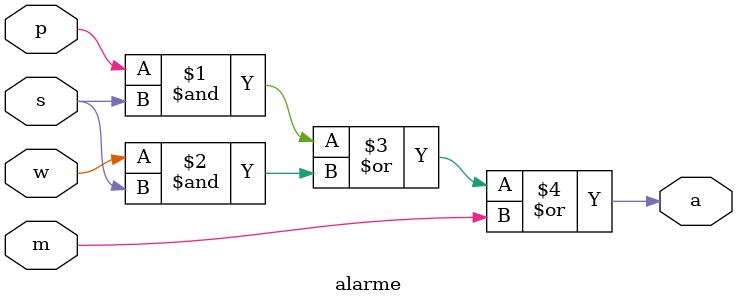
<source format=v>
module alarme (p, w, m, s, a);

    input p, w, m, s;
    output a;

    assign a = p & s | w & s | m;

endmodule
</source>
